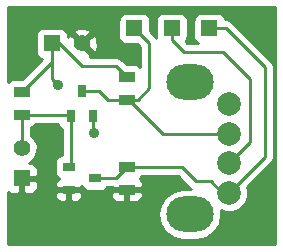
<source format=gtl>
G04 (created by PCBNEW (2013-07-07 BZR 4022)-stable) date 9/13/2015 6:12:30 PM*
%MOIN*%
G04 Gerber Fmt 3.4, Leading zero omitted, Abs format*
%FSLAX34Y34*%
G01*
G70*
G90*
G04 APERTURE LIST*
%ADD10C,0.00590551*%
%ADD11R,0.0315X0.0394*%
%ADD12R,0.0394X0.0315*%
%ADD13R,0.055X0.035*%
%ADD14R,0.055X0.055*%
%ADD15C,0.055*%
%ADD16C,0.0787402*%
%ADD17O,0.15748X0.11811*%
%ADD18C,0.035*%
%ADD19C,0.01*%
G04 APERTURE END LIST*
G54D10*
G54D11*
X73000Y-56567D03*
X73375Y-57433D03*
X72625Y-57433D03*
G54D12*
X73433Y-59500D03*
X72567Y-59875D03*
X72567Y-59125D03*
G54D13*
X71000Y-56625D03*
X71000Y-57375D03*
X74500Y-56125D03*
X74500Y-56875D03*
X74500Y-59125D03*
X74500Y-59875D03*
G54D14*
X71000Y-59500D03*
G54D15*
X71000Y-58500D03*
G54D14*
X72000Y-55000D03*
G54D15*
X73000Y-55000D03*
G54D14*
X74750Y-54500D03*
X76000Y-54500D03*
X77250Y-54500D03*
G54D16*
X77899Y-59976D03*
X77899Y-58992D03*
X77899Y-58007D03*
X77899Y-57023D03*
G54D17*
X76600Y-56300D03*
X76600Y-60700D03*
G54D18*
X74000Y-61000D03*
X72000Y-61000D03*
X71200Y-54200D03*
X78900Y-54300D03*
X78600Y-60700D03*
X72200Y-56400D03*
X73400Y-58000D03*
G54D19*
X72625Y-57433D02*
X72625Y-59067D01*
X72625Y-59067D02*
X72567Y-59125D01*
X71000Y-57375D02*
X72567Y-57375D01*
X72567Y-57375D02*
X72625Y-57433D01*
X71000Y-57375D02*
X71000Y-58500D01*
X77899Y-58992D02*
X77907Y-58992D01*
X76000Y-54900D02*
X76000Y-54500D01*
X76400Y-55300D02*
X76000Y-54900D01*
X77700Y-55300D02*
X76400Y-55300D01*
X78600Y-56200D02*
X77700Y-55300D01*
X78600Y-58300D02*
X78600Y-56200D01*
X77907Y-58992D02*
X78600Y-58300D01*
X77250Y-54500D02*
X77800Y-54500D01*
X79100Y-58775D02*
X77899Y-59976D01*
X79100Y-55800D02*
X79100Y-58775D01*
X77800Y-54500D02*
X79100Y-55800D01*
X74500Y-59125D02*
X76325Y-59125D01*
X77676Y-59976D02*
X77899Y-59976D01*
X77300Y-59600D02*
X77676Y-59976D01*
X76800Y-59600D02*
X77300Y-59600D01*
X76325Y-59125D02*
X76800Y-59600D01*
X73433Y-59500D02*
X74125Y-59500D01*
X74125Y-59500D02*
X74500Y-59125D01*
X74500Y-56875D02*
X74575Y-56875D01*
X75707Y-58007D02*
X77899Y-58007D01*
X74575Y-56875D02*
X75707Y-58007D01*
X73000Y-56567D02*
X73567Y-56567D01*
X73875Y-56875D02*
X74500Y-56875D01*
X73567Y-56567D02*
X73875Y-56875D01*
X74500Y-56875D02*
X74875Y-56875D01*
X75250Y-55000D02*
X74750Y-54500D01*
X75250Y-56500D02*
X75250Y-55000D01*
X74875Y-56875D02*
X75250Y-56500D01*
X73375Y-57433D02*
X73375Y-57975D01*
X72000Y-56200D02*
X72000Y-55625D01*
X72200Y-56400D02*
X72000Y-56200D01*
X73375Y-57975D02*
X73400Y-58000D01*
X72000Y-55000D02*
X72250Y-55000D01*
X74125Y-55750D02*
X74500Y-56125D01*
X73000Y-55750D02*
X74125Y-55750D01*
X72250Y-55000D02*
X73000Y-55750D01*
X72000Y-55000D02*
X72000Y-55625D01*
X72000Y-55625D02*
X71000Y-56625D01*
G54D10*
G36*
X79450Y-61700D02*
X75025Y-61700D01*
X75025Y-60099D01*
X75025Y-59987D01*
X74962Y-59925D01*
X74550Y-59925D01*
X74550Y-60237D01*
X74612Y-60300D01*
X74725Y-60300D01*
X74824Y-60299D01*
X74916Y-60261D01*
X74987Y-60191D01*
X75025Y-60099D01*
X75025Y-61700D01*
X74450Y-61700D01*
X74450Y-60237D01*
X74450Y-59925D01*
X74037Y-59925D01*
X73975Y-59987D01*
X73974Y-60099D01*
X74012Y-60191D01*
X74083Y-60261D01*
X74175Y-60299D01*
X74274Y-60300D01*
X74387Y-60300D01*
X74450Y-60237D01*
X74450Y-61700D01*
X73014Y-61700D01*
X73014Y-60082D01*
X73014Y-59987D01*
X72951Y-59925D01*
X72617Y-59925D01*
X72617Y-60220D01*
X72679Y-60282D01*
X72714Y-60282D01*
X72813Y-60282D01*
X72905Y-60244D01*
X72976Y-60173D01*
X73014Y-60082D01*
X73014Y-61700D01*
X72517Y-61700D01*
X72517Y-60220D01*
X72517Y-59925D01*
X72182Y-59925D01*
X72120Y-59987D01*
X72119Y-60082D01*
X72157Y-60173D01*
X72228Y-60244D01*
X72320Y-60282D01*
X72419Y-60282D01*
X72454Y-60282D01*
X72517Y-60220D01*
X72517Y-61700D01*
X71525Y-61700D01*
X71525Y-59824D01*
X71525Y-59612D01*
X71462Y-59550D01*
X71050Y-59550D01*
X71050Y-59962D01*
X71112Y-60025D01*
X71225Y-60025D01*
X71324Y-60024D01*
X71416Y-59986D01*
X71487Y-59916D01*
X71525Y-59824D01*
X71525Y-61700D01*
X70550Y-61700D01*
X70550Y-59953D01*
X70583Y-59986D01*
X70675Y-60024D01*
X70774Y-60025D01*
X70887Y-60025D01*
X70950Y-59962D01*
X70950Y-59550D01*
X70942Y-59550D01*
X70942Y-59450D01*
X70950Y-59450D01*
X70950Y-59442D01*
X71050Y-59442D01*
X71050Y-59450D01*
X71462Y-59450D01*
X71525Y-59387D01*
X71525Y-59175D01*
X71487Y-59083D01*
X71416Y-59013D01*
X71324Y-58975D01*
X71225Y-58974D01*
X71225Y-58974D01*
X71297Y-58945D01*
X71444Y-58797D01*
X71524Y-58604D01*
X71525Y-58396D01*
X71445Y-58203D01*
X71300Y-58057D01*
X71300Y-57800D01*
X71324Y-57800D01*
X71416Y-57762D01*
X71486Y-57691D01*
X71493Y-57675D01*
X72217Y-57675D01*
X72217Y-57679D01*
X72255Y-57771D01*
X72325Y-57841D01*
X72325Y-58717D01*
X72320Y-58717D01*
X72228Y-58755D01*
X72158Y-58825D01*
X72120Y-58917D01*
X72119Y-59017D01*
X72119Y-59332D01*
X72157Y-59423D01*
X72228Y-59494D01*
X72241Y-59500D01*
X72228Y-59505D01*
X72157Y-59576D01*
X72119Y-59667D01*
X72120Y-59762D01*
X72182Y-59825D01*
X72517Y-59825D01*
X72517Y-59817D01*
X72617Y-59817D01*
X72617Y-59825D01*
X72951Y-59825D01*
X73010Y-59766D01*
X73023Y-59798D01*
X73094Y-59869D01*
X73186Y-59907D01*
X73285Y-59907D01*
X73679Y-59907D01*
X73771Y-59869D01*
X73841Y-59800D01*
X74012Y-59800D01*
X74037Y-59825D01*
X74450Y-59825D01*
X74450Y-59817D01*
X74550Y-59817D01*
X74550Y-59825D01*
X74962Y-59825D01*
X75025Y-59762D01*
X75025Y-59650D01*
X74987Y-59558D01*
X74928Y-59499D01*
X74986Y-59441D01*
X74993Y-59425D01*
X76200Y-59425D01*
X76587Y-59812D01*
X76587Y-59812D01*
X76658Y-59859D01*
X76382Y-59859D01*
X76061Y-59923D01*
X75788Y-60105D01*
X75606Y-60378D01*
X75542Y-60700D01*
X75606Y-61021D01*
X75788Y-61294D01*
X76061Y-61476D01*
X76382Y-61540D01*
X76817Y-61540D01*
X77138Y-61476D01*
X77411Y-61294D01*
X77593Y-61021D01*
X77657Y-60700D01*
X77630Y-60561D01*
X77770Y-60619D01*
X78026Y-60620D01*
X78263Y-60522D01*
X78444Y-60341D01*
X78542Y-60104D01*
X78543Y-59848D01*
X78516Y-59783D01*
X79312Y-58987D01*
X79312Y-58987D01*
X79377Y-58890D01*
X79399Y-58775D01*
X79400Y-58775D01*
X79400Y-55800D01*
X79377Y-55685D01*
X79312Y-55587D01*
X78012Y-54287D01*
X77914Y-54222D01*
X77800Y-54200D01*
X77775Y-54200D01*
X77775Y-54175D01*
X77737Y-54083D01*
X77666Y-54013D01*
X77574Y-53975D01*
X77475Y-53974D01*
X76925Y-53974D01*
X76833Y-54012D01*
X76763Y-54083D01*
X76725Y-54175D01*
X76724Y-54274D01*
X76724Y-54824D01*
X76762Y-54916D01*
X76833Y-54986D01*
X76864Y-55000D01*
X76524Y-55000D01*
X76463Y-54939D01*
X76486Y-54916D01*
X76524Y-54824D01*
X76525Y-54725D01*
X76525Y-54175D01*
X76487Y-54083D01*
X76416Y-54013D01*
X76324Y-53975D01*
X76225Y-53974D01*
X75675Y-53974D01*
X75583Y-54012D01*
X75513Y-54083D01*
X75475Y-54175D01*
X75474Y-54274D01*
X75474Y-54807D01*
X75462Y-54787D01*
X75462Y-54787D01*
X75275Y-54600D01*
X75275Y-54175D01*
X75237Y-54083D01*
X75166Y-54013D01*
X75074Y-53975D01*
X74975Y-53974D01*
X74425Y-53974D01*
X74333Y-54012D01*
X74263Y-54083D01*
X74225Y-54175D01*
X74224Y-54274D01*
X74224Y-54824D01*
X74262Y-54916D01*
X74333Y-54986D01*
X74425Y-55024D01*
X74524Y-55025D01*
X74850Y-55025D01*
X74950Y-55124D01*
X74950Y-55771D01*
X74916Y-55738D01*
X74824Y-55700D01*
X74725Y-55699D01*
X74499Y-55699D01*
X74337Y-55537D01*
X74239Y-55472D01*
X74125Y-55450D01*
X73529Y-55450D01*
X73529Y-55075D01*
X73518Y-54867D01*
X73460Y-54727D01*
X73367Y-54702D01*
X73297Y-54773D01*
X73297Y-54632D01*
X73272Y-54539D01*
X73075Y-54470D01*
X72867Y-54481D01*
X72727Y-54539D01*
X72702Y-54632D01*
X73000Y-54929D01*
X73297Y-54632D01*
X73297Y-54773D01*
X73070Y-55000D01*
X73367Y-55297D01*
X73460Y-55272D01*
X73529Y-55075D01*
X73529Y-55450D01*
X73275Y-55450D01*
X73297Y-55367D01*
X73000Y-55070D01*
X72994Y-55076D01*
X72923Y-55005D01*
X72929Y-55000D01*
X72632Y-54702D01*
X72539Y-54727D01*
X72525Y-54768D01*
X72525Y-54675D01*
X72487Y-54583D01*
X72416Y-54513D01*
X72324Y-54475D01*
X72225Y-54474D01*
X71675Y-54474D01*
X71583Y-54512D01*
X71513Y-54583D01*
X71475Y-54675D01*
X71474Y-54774D01*
X71474Y-55324D01*
X71512Y-55416D01*
X71583Y-55486D01*
X71675Y-55524D01*
X71675Y-55524D01*
X71000Y-56199D01*
X70675Y-56199D01*
X70583Y-56237D01*
X70550Y-56271D01*
X70550Y-53800D01*
X79450Y-53800D01*
X79450Y-61700D01*
X79450Y-61700D01*
G37*
G54D19*
X79450Y-61700D02*
X75025Y-61700D01*
X75025Y-60099D01*
X75025Y-59987D01*
X74962Y-59925D01*
X74550Y-59925D01*
X74550Y-60237D01*
X74612Y-60300D01*
X74725Y-60300D01*
X74824Y-60299D01*
X74916Y-60261D01*
X74987Y-60191D01*
X75025Y-60099D01*
X75025Y-61700D01*
X74450Y-61700D01*
X74450Y-60237D01*
X74450Y-59925D01*
X74037Y-59925D01*
X73975Y-59987D01*
X73974Y-60099D01*
X74012Y-60191D01*
X74083Y-60261D01*
X74175Y-60299D01*
X74274Y-60300D01*
X74387Y-60300D01*
X74450Y-60237D01*
X74450Y-61700D01*
X73014Y-61700D01*
X73014Y-60082D01*
X73014Y-59987D01*
X72951Y-59925D01*
X72617Y-59925D01*
X72617Y-60220D01*
X72679Y-60282D01*
X72714Y-60282D01*
X72813Y-60282D01*
X72905Y-60244D01*
X72976Y-60173D01*
X73014Y-60082D01*
X73014Y-61700D01*
X72517Y-61700D01*
X72517Y-60220D01*
X72517Y-59925D01*
X72182Y-59925D01*
X72120Y-59987D01*
X72119Y-60082D01*
X72157Y-60173D01*
X72228Y-60244D01*
X72320Y-60282D01*
X72419Y-60282D01*
X72454Y-60282D01*
X72517Y-60220D01*
X72517Y-61700D01*
X71525Y-61700D01*
X71525Y-59824D01*
X71525Y-59612D01*
X71462Y-59550D01*
X71050Y-59550D01*
X71050Y-59962D01*
X71112Y-60025D01*
X71225Y-60025D01*
X71324Y-60024D01*
X71416Y-59986D01*
X71487Y-59916D01*
X71525Y-59824D01*
X71525Y-61700D01*
X70550Y-61700D01*
X70550Y-59953D01*
X70583Y-59986D01*
X70675Y-60024D01*
X70774Y-60025D01*
X70887Y-60025D01*
X70950Y-59962D01*
X70950Y-59550D01*
X70942Y-59550D01*
X70942Y-59450D01*
X70950Y-59450D01*
X70950Y-59442D01*
X71050Y-59442D01*
X71050Y-59450D01*
X71462Y-59450D01*
X71525Y-59387D01*
X71525Y-59175D01*
X71487Y-59083D01*
X71416Y-59013D01*
X71324Y-58975D01*
X71225Y-58974D01*
X71225Y-58974D01*
X71297Y-58945D01*
X71444Y-58797D01*
X71524Y-58604D01*
X71525Y-58396D01*
X71445Y-58203D01*
X71300Y-58057D01*
X71300Y-57800D01*
X71324Y-57800D01*
X71416Y-57762D01*
X71486Y-57691D01*
X71493Y-57675D01*
X72217Y-57675D01*
X72217Y-57679D01*
X72255Y-57771D01*
X72325Y-57841D01*
X72325Y-58717D01*
X72320Y-58717D01*
X72228Y-58755D01*
X72158Y-58825D01*
X72120Y-58917D01*
X72119Y-59017D01*
X72119Y-59332D01*
X72157Y-59423D01*
X72228Y-59494D01*
X72241Y-59500D01*
X72228Y-59505D01*
X72157Y-59576D01*
X72119Y-59667D01*
X72120Y-59762D01*
X72182Y-59825D01*
X72517Y-59825D01*
X72517Y-59817D01*
X72617Y-59817D01*
X72617Y-59825D01*
X72951Y-59825D01*
X73010Y-59766D01*
X73023Y-59798D01*
X73094Y-59869D01*
X73186Y-59907D01*
X73285Y-59907D01*
X73679Y-59907D01*
X73771Y-59869D01*
X73841Y-59800D01*
X74012Y-59800D01*
X74037Y-59825D01*
X74450Y-59825D01*
X74450Y-59817D01*
X74550Y-59817D01*
X74550Y-59825D01*
X74962Y-59825D01*
X75025Y-59762D01*
X75025Y-59650D01*
X74987Y-59558D01*
X74928Y-59499D01*
X74986Y-59441D01*
X74993Y-59425D01*
X76200Y-59425D01*
X76587Y-59812D01*
X76587Y-59812D01*
X76658Y-59859D01*
X76382Y-59859D01*
X76061Y-59923D01*
X75788Y-60105D01*
X75606Y-60378D01*
X75542Y-60700D01*
X75606Y-61021D01*
X75788Y-61294D01*
X76061Y-61476D01*
X76382Y-61540D01*
X76817Y-61540D01*
X77138Y-61476D01*
X77411Y-61294D01*
X77593Y-61021D01*
X77657Y-60700D01*
X77630Y-60561D01*
X77770Y-60619D01*
X78026Y-60620D01*
X78263Y-60522D01*
X78444Y-60341D01*
X78542Y-60104D01*
X78543Y-59848D01*
X78516Y-59783D01*
X79312Y-58987D01*
X79312Y-58987D01*
X79377Y-58890D01*
X79399Y-58775D01*
X79400Y-58775D01*
X79400Y-55800D01*
X79377Y-55685D01*
X79312Y-55587D01*
X78012Y-54287D01*
X77914Y-54222D01*
X77800Y-54200D01*
X77775Y-54200D01*
X77775Y-54175D01*
X77737Y-54083D01*
X77666Y-54013D01*
X77574Y-53975D01*
X77475Y-53974D01*
X76925Y-53974D01*
X76833Y-54012D01*
X76763Y-54083D01*
X76725Y-54175D01*
X76724Y-54274D01*
X76724Y-54824D01*
X76762Y-54916D01*
X76833Y-54986D01*
X76864Y-55000D01*
X76524Y-55000D01*
X76463Y-54939D01*
X76486Y-54916D01*
X76524Y-54824D01*
X76525Y-54725D01*
X76525Y-54175D01*
X76487Y-54083D01*
X76416Y-54013D01*
X76324Y-53975D01*
X76225Y-53974D01*
X75675Y-53974D01*
X75583Y-54012D01*
X75513Y-54083D01*
X75475Y-54175D01*
X75474Y-54274D01*
X75474Y-54807D01*
X75462Y-54787D01*
X75462Y-54787D01*
X75275Y-54600D01*
X75275Y-54175D01*
X75237Y-54083D01*
X75166Y-54013D01*
X75074Y-53975D01*
X74975Y-53974D01*
X74425Y-53974D01*
X74333Y-54012D01*
X74263Y-54083D01*
X74225Y-54175D01*
X74224Y-54274D01*
X74224Y-54824D01*
X74262Y-54916D01*
X74333Y-54986D01*
X74425Y-55024D01*
X74524Y-55025D01*
X74850Y-55025D01*
X74950Y-55124D01*
X74950Y-55771D01*
X74916Y-55738D01*
X74824Y-55700D01*
X74725Y-55699D01*
X74499Y-55699D01*
X74337Y-55537D01*
X74239Y-55472D01*
X74125Y-55450D01*
X73529Y-55450D01*
X73529Y-55075D01*
X73518Y-54867D01*
X73460Y-54727D01*
X73367Y-54702D01*
X73297Y-54773D01*
X73297Y-54632D01*
X73272Y-54539D01*
X73075Y-54470D01*
X72867Y-54481D01*
X72727Y-54539D01*
X72702Y-54632D01*
X73000Y-54929D01*
X73297Y-54632D01*
X73297Y-54773D01*
X73070Y-55000D01*
X73367Y-55297D01*
X73460Y-55272D01*
X73529Y-55075D01*
X73529Y-55450D01*
X73275Y-55450D01*
X73297Y-55367D01*
X73000Y-55070D01*
X72994Y-55076D01*
X72923Y-55005D01*
X72929Y-55000D01*
X72632Y-54702D01*
X72539Y-54727D01*
X72525Y-54768D01*
X72525Y-54675D01*
X72487Y-54583D01*
X72416Y-54513D01*
X72324Y-54475D01*
X72225Y-54474D01*
X71675Y-54474D01*
X71583Y-54512D01*
X71513Y-54583D01*
X71475Y-54675D01*
X71474Y-54774D01*
X71474Y-55324D01*
X71512Y-55416D01*
X71583Y-55486D01*
X71675Y-55524D01*
X71675Y-55524D01*
X71000Y-56199D01*
X70675Y-56199D01*
X70583Y-56237D01*
X70550Y-56271D01*
X70550Y-53800D01*
X79450Y-53800D01*
X79450Y-61700D01*
M02*

</source>
